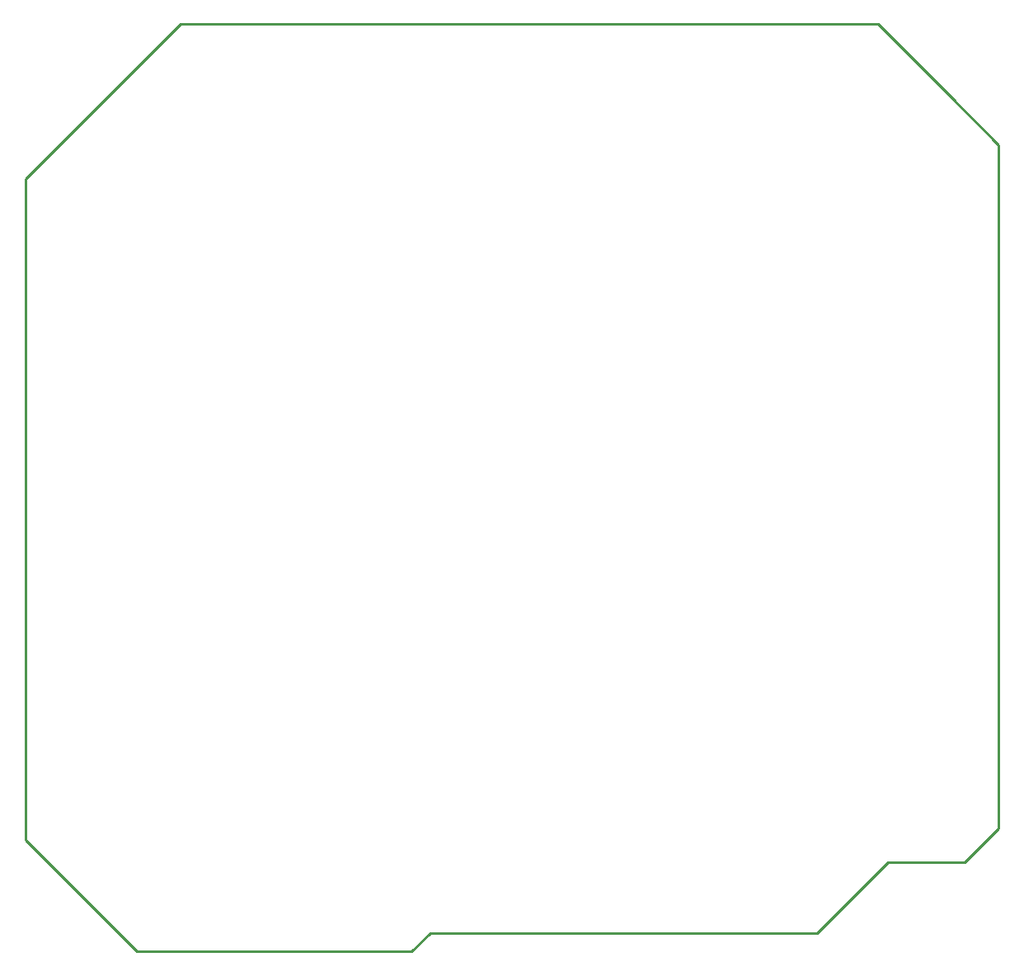
<source format=gko>
%FSTAX23Y23*%
%MOMM*%
%SFA1B1*%

%IPPOS*%
%ADD34C,0.254000*%
%LNramps_tmc-1*%
%LPD*%
G54D34*
X94868Y87883D02*
X99899Y82853D01*
X41528Y01904D02*
X81279D01*
X96392Y09143D02*
X99899Y1265D01*
Y82853*
X11429Y0D02*
X30225D01*
X0Y11429D02*
X11429Y0D01*
X39623D02*
X41528Y01904D01*
X30225Y0D02*
X39623D01*
X81279Y01904D02*
X88518Y09143D01*
X96392*
X0Y11429D02*
Y79374D01*
X15874Y95249*
X87502*
X94868Y87883*
M02*
</source>
